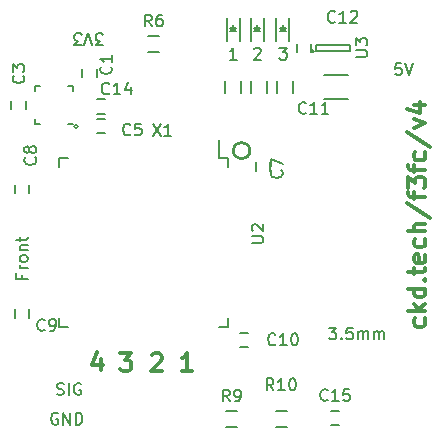
<source format=gto>
G04 #@! TF.FileFunction,Legend,Top*
%FSLAX46Y46*%
G04 Gerber Fmt 4.6, Leading zero omitted, Abs format (unit mm)*
G04 Created by KiCad (PCBNEW 4.0.1-stable) date Thursday, January 07, 2016 'PMt' 01:11:05 PM*
%MOMM*%
G01*
G04 APERTURE LIST*
%ADD10C,0.100000*%
%ADD11C,0.150000*%
%ADD12C,0.175000*%
%ADD13C,0.300000*%
%ADD14C,0.254000*%
G04 APERTURE END LIST*
D10*
D11*
X157209048Y-117242381D02*
X157828096Y-117242381D01*
X157494762Y-117623333D01*
X157637620Y-117623333D01*
X157732858Y-117670952D01*
X157780477Y-117718571D01*
X157828096Y-117813810D01*
X157828096Y-118051905D01*
X157780477Y-118147143D01*
X157732858Y-118194762D01*
X157637620Y-118242381D01*
X157351905Y-118242381D01*
X157256667Y-118194762D01*
X157209048Y-118147143D01*
X158256667Y-118147143D02*
X158304286Y-118194762D01*
X158256667Y-118242381D01*
X158209048Y-118194762D01*
X158256667Y-118147143D01*
X158256667Y-118242381D01*
X159209048Y-117242381D02*
X158732857Y-117242381D01*
X158685238Y-117718571D01*
X158732857Y-117670952D01*
X158828095Y-117623333D01*
X159066191Y-117623333D01*
X159161429Y-117670952D01*
X159209048Y-117718571D01*
X159256667Y-117813810D01*
X159256667Y-118051905D01*
X159209048Y-118147143D01*
X159161429Y-118194762D01*
X159066191Y-118242381D01*
X158828095Y-118242381D01*
X158732857Y-118194762D01*
X158685238Y-118147143D01*
X159685238Y-118242381D02*
X159685238Y-117575714D01*
X159685238Y-117670952D02*
X159732857Y-117623333D01*
X159828095Y-117575714D01*
X159970953Y-117575714D01*
X160066191Y-117623333D01*
X160113810Y-117718571D01*
X160113810Y-118242381D01*
X160113810Y-117718571D02*
X160161429Y-117623333D01*
X160256667Y-117575714D01*
X160399524Y-117575714D01*
X160494762Y-117623333D01*
X160542381Y-117718571D01*
X160542381Y-118242381D01*
X161018571Y-118242381D02*
X161018571Y-117575714D01*
X161018571Y-117670952D02*
X161066190Y-117623333D01*
X161161428Y-117575714D01*
X161304286Y-117575714D01*
X161399524Y-117623333D01*
X161447143Y-117718571D01*
X161447143Y-118242381D01*
X161447143Y-117718571D02*
X161494762Y-117623333D01*
X161590000Y-117575714D01*
X161732857Y-117575714D01*
X161828095Y-117623333D01*
X161875714Y-117718571D01*
X161875714Y-118242381D01*
D12*
X163334724Y-94854781D02*
X162858533Y-94854781D01*
X162810914Y-95330971D01*
X162858533Y-95283352D01*
X162953771Y-95235733D01*
X163191867Y-95235733D01*
X163287105Y-95283352D01*
X163334724Y-95330971D01*
X163382343Y-95426210D01*
X163382343Y-95664305D01*
X163334724Y-95759543D01*
X163287105Y-95807162D01*
X163191867Y-95854781D01*
X162953771Y-95854781D01*
X162858533Y-95807162D01*
X162810914Y-95759543D01*
X163668057Y-94854781D02*
X164001390Y-95854781D01*
X164334724Y-94854781D01*
X138078095Y-93337619D02*
X137459047Y-93337619D01*
X137792381Y-92956667D01*
X137649523Y-92956667D01*
X137554285Y-92909048D01*
X137506666Y-92861429D01*
X137459047Y-92766190D01*
X137459047Y-92528095D01*
X137506666Y-92432857D01*
X137554285Y-92385238D01*
X137649523Y-92337619D01*
X137935238Y-92337619D01*
X138030476Y-92385238D01*
X138078095Y-92432857D01*
X137173333Y-93337619D02*
X136840000Y-92337619D01*
X136506666Y-93337619D01*
X136268571Y-93337619D02*
X135649523Y-93337619D01*
X135982857Y-92956667D01*
X135839999Y-92956667D01*
X135744761Y-92909048D01*
X135697142Y-92861429D01*
X135649523Y-92766190D01*
X135649523Y-92528095D01*
X135697142Y-92432857D01*
X135744761Y-92385238D01*
X135839999Y-92337619D01*
X136125714Y-92337619D01*
X136220952Y-92385238D01*
X136268571Y-92432857D01*
D13*
X137885715Y-119878571D02*
X137885715Y-120878571D01*
X137528572Y-119307143D02*
X137171429Y-120378571D01*
X138100001Y-120378571D01*
X139550001Y-119428571D02*
X140478572Y-119428571D01*
X139978572Y-120000000D01*
X140192858Y-120000000D01*
X140335715Y-120071429D01*
X140407144Y-120142857D01*
X140478572Y-120285714D01*
X140478572Y-120642857D01*
X140407144Y-120785714D01*
X140335715Y-120857143D01*
X140192858Y-120928571D01*
X139764286Y-120928571D01*
X139621429Y-120857143D01*
X139550001Y-120785714D01*
X142221429Y-119571429D02*
X142292858Y-119500000D01*
X142435715Y-119428571D01*
X142792858Y-119428571D01*
X142935715Y-119500000D01*
X143007144Y-119571429D01*
X143078572Y-119714286D01*
X143078572Y-119857143D01*
X143007144Y-120071429D01*
X142150001Y-120928571D01*
X143078572Y-120928571D01*
X145578572Y-120928571D02*
X144721429Y-120928571D01*
X145150001Y-120928571D02*
X145150001Y-119428571D01*
X145007144Y-119642857D01*
X144864286Y-119785714D01*
X144721429Y-119857143D01*
D11*
X134238096Y-124500000D02*
X134142858Y-124452381D01*
X134000001Y-124452381D01*
X133857143Y-124500000D01*
X133761905Y-124595238D01*
X133714286Y-124690476D01*
X133666667Y-124880952D01*
X133666667Y-125023810D01*
X133714286Y-125214286D01*
X133761905Y-125309524D01*
X133857143Y-125404762D01*
X134000001Y-125452381D01*
X134095239Y-125452381D01*
X134238096Y-125404762D01*
X134285715Y-125357143D01*
X134285715Y-125023810D01*
X134095239Y-125023810D01*
X134714286Y-125452381D02*
X134714286Y-124452381D01*
X135285715Y-125452381D01*
X135285715Y-124452381D01*
X135761905Y-125452381D02*
X135761905Y-124452381D01*
X136000000Y-124452381D01*
X136142858Y-124500000D01*
X136238096Y-124595238D01*
X136285715Y-124690476D01*
X136333334Y-124880952D01*
X136333334Y-125023810D01*
X136285715Y-125214286D01*
X136238096Y-125309524D01*
X136142858Y-125404762D01*
X136000000Y-125452381D01*
X135761905Y-125452381D01*
X134176191Y-122904762D02*
X134319048Y-122952381D01*
X134557144Y-122952381D01*
X134652382Y-122904762D01*
X134700001Y-122857143D01*
X134747620Y-122761905D01*
X134747620Y-122666667D01*
X134700001Y-122571429D01*
X134652382Y-122523810D01*
X134557144Y-122476190D01*
X134366667Y-122428571D01*
X134271429Y-122380952D01*
X134223810Y-122333333D01*
X134176191Y-122238095D01*
X134176191Y-122142857D01*
X134223810Y-122047619D01*
X134271429Y-122000000D01*
X134366667Y-121952381D01*
X134604763Y-121952381D01*
X134747620Y-122000000D01*
X135176191Y-122952381D02*
X135176191Y-121952381D01*
X136176191Y-122000000D02*
X136080953Y-121952381D01*
X135938096Y-121952381D01*
X135795238Y-122000000D01*
X135700000Y-122095238D01*
X135652381Y-122190476D01*
X135604762Y-122380952D01*
X135604762Y-122523810D01*
X135652381Y-122714286D01*
X135700000Y-122809524D01*
X135795238Y-122904762D01*
X135938096Y-122952381D01*
X136033334Y-122952381D01*
X136176191Y-122904762D01*
X136223810Y-122857143D01*
X136223810Y-122523810D01*
X136033334Y-122523810D01*
X131178571Y-112757143D02*
X131178571Y-113090477D01*
X131702381Y-113090477D02*
X130702381Y-113090477D01*
X130702381Y-112614286D01*
X131702381Y-112233334D02*
X131035714Y-112233334D01*
X131226190Y-112233334D02*
X131130952Y-112185715D01*
X131083333Y-112138096D01*
X131035714Y-112042858D01*
X131035714Y-111947619D01*
X131702381Y-111471429D02*
X131654762Y-111566667D01*
X131607143Y-111614286D01*
X131511905Y-111661905D01*
X131226190Y-111661905D01*
X131130952Y-111614286D01*
X131083333Y-111566667D01*
X131035714Y-111471429D01*
X131035714Y-111328571D01*
X131083333Y-111233333D01*
X131130952Y-111185714D01*
X131226190Y-111138095D01*
X131511905Y-111138095D01*
X131607143Y-111185714D01*
X131654762Y-111233333D01*
X131702381Y-111328571D01*
X131702381Y-111471429D01*
X131035714Y-110709524D02*
X131702381Y-110709524D01*
X131130952Y-110709524D02*
X131083333Y-110661905D01*
X131035714Y-110566667D01*
X131035714Y-110423809D01*
X131083333Y-110328571D01*
X131178571Y-110280952D01*
X131702381Y-110280952D01*
X131035714Y-109947619D02*
X131035714Y-109566667D01*
X130702381Y-109804762D02*
X131559524Y-109804762D01*
X131654762Y-109757143D01*
X131702381Y-109661905D01*
X131702381Y-109566667D01*
D14*
X150503822Y-102260400D02*
G75*
G03X150503822Y-102260400I-694622J0D01*
G01*
D13*
X165307143Y-116450000D02*
X165378571Y-116592857D01*
X165378571Y-116878571D01*
X165307143Y-117021429D01*
X165235714Y-117092857D01*
X165092857Y-117164286D01*
X164664286Y-117164286D01*
X164521429Y-117092857D01*
X164450000Y-117021429D01*
X164378571Y-116878571D01*
X164378571Y-116592857D01*
X164450000Y-116450000D01*
X165378571Y-115807143D02*
X163878571Y-115807143D01*
X164807143Y-115664286D02*
X165378571Y-115235715D01*
X164378571Y-115235715D02*
X164950000Y-115807143D01*
X165378571Y-113950000D02*
X163878571Y-113950000D01*
X165307143Y-113950000D02*
X165378571Y-114092857D01*
X165378571Y-114378571D01*
X165307143Y-114521429D01*
X165235714Y-114592857D01*
X165092857Y-114664286D01*
X164664286Y-114664286D01*
X164521429Y-114592857D01*
X164450000Y-114521429D01*
X164378571Y-114378571D01*
X164378571Y-114092857D01*
X164450000Y-113950000D01*
X165235714Y-113235714D02*
X165307143Y-113164286D01*
X165378571Y-113235714D01*
X165307143Y-113307143D01*
X165235714Y-113235714D01*
X165378571Y-113235714D01*
X164378571Y-112735714D02*
X164378571Y-112164285D01*
X163878571Y-112521428D02*
X165164286Y-112521428D01*
X165307143Y-112450000D01*
X165378571Y-112307142D01*
X165378571Y-112164285D01*
X165307143Y-111092857D02*
X165378571Y-111235714D01*
X165378571Y-111521428D01*
X165307143Y-111664285D01*
X165164286Y-111735714D01*
X164592857Y-111735714D01*
X164450000Y-111664285D01*
X164378571Y-111521428D01*
X164378571Y-111235714D01*
X164450000Y-111092857D01*
X164592857Y-111021428D01*
X164735714Y-111021428D01*
X164878571Y-111735714D01*
X165307143Y-109735714D02*
X165378571Y-109878571D01*
X165378571Y-110164285D01*
X165307143Y-110307143D01*
X165235714Y-110378571D01*
X165092857Y-110450000D01*
X164664286Y-110450000D01*
X164521429Y-110378571D01*
X164450000Y-110307143D01*
X164378571Y-110164285D01*
X164378571Y-109878571D01*
X164450000Y-109735714D01*
X165378571Y-109092857D02*
X163878571Y-109092857D01*
X165378571Y-108450000D02*
X164592857Y-108450000D01*
X164450000Y-108521429D01*
X164378571Y-108664286D01*
X164378571Y-108878571D01*
X164450000Y-109021429D01*
X164521429Y-109092857D01*
X163807143Y-106664286D02*
X165735714Y-107950000D01*
X164378571Y-106378571D02*
X164378571Y-105807142D01*
X165378571Y-106164285D02*
X164092857Y-106164285D01*
X163950000Y-106092857D01*
X163878571Y-105949999D01*
X163878571Y-105807142D01*
X163878571Y-105449999D02*
X163878571Y-104521428D01*
X164450000Y-105021428D01*
X164450000Y-104807142D01*
X164521429Y-104664285D01*
X164592857Y-104592856D01*
X164735714Y-104521428D01*
X165092857Y-104521428D01*
X165235714Y-104592856D01*
X165307143Y-104664285D01*
X165378571Y-104807142D01*
X165378571Y-105235714D01*
X165307143Y-105378571D01*
X165235714Y-105449999D01*
X164378571Y-104092857D02*
X164378571Y-103521428D01*
X165378571Y-103878571D02*
X164092857Y-103878571D01*
X163950000Y-103807143D01*
X163878571Y-103664285D01*
X163878571Y-103521428D01*
X165307143Y-102378571D02*
X165378571Y-102521428D01*
X165378571Y-102807142D01*
X165307143Y-102950000D01*
X165235714Y-103021428D01*
X165092857Y-103092857D01*
X164664286Y-103092857D01*
X164521429Y-103021428D01*
X164450000Y-102950000D01*
X164378571Y-102807142D01*
X164378571Y-102521428D01*
X164450000Y-102378571D01*
X163807143Y-100664286D02*
X165735714Y-101950000D01*
X164378571Y-100307142D02*
X165378571Y-99949999D01*
X164378571Y-99592857D01*
X164378571Y-98378571D02*
X165378571Y-98378571D01*
X163807143Y-98735714D02*
X164878571Y-99092857D01*
X164878571Y-98164285D01*
D11*
X153016667Y-93552381D02*
X153635715Y-93552381D01*
X153302381Y-93933333D01*
X153445239Y-93933333D01*
X153540477Y-93980952D01*
X153588096Y-94028571D01*
X153635715Y-94123810D01*
X153635715Y-94361905D01*
X153588096Y-94457143D01*
X153540477Y-94504762D01*
X153445239Y-94552381D01*
X153159524Y-94552381D01*
X153064286Y-94504762D01*
X153016667Y-94457143D01*
X150864286Y-93647619D02*
X150911905Y-93600000D01*
X151007143Y-93552381D01*
X151245239Y-93552381D01*
X151340477Y-93600000D01*
X151388096Y-93647619D01*
X151435715Y-93742857D01*
X151435715Y-93838095D01*
X151388096Y-93980952D01*
X150816667Y-94552381D01*
X151435715Y-94552381D01*
X149385715Y-94552381D02*
X148814286Y-94552381D01*
X149100000Y-94552381D02*
X149100000Y-93552381D01*
X149004762Y-93695238D01*
X148909524Y-93790476D01*
X148814286Y-93838095D01*
X138230000Y-100770000D02*
X137530000Y-100770000D01*
X137530000Y-99570000D02*
X138230000Y-99570000D01*
X151010000Y-103960000D02*
X151010000Y-103260000D01*
X152210000Y-103260000D02*
X152210000Y-103960000D01*
X131800000Y-105150000D02*
X131800000Y-105850000D01*
X130600000Y-105850000D02*
X130600000Y-105150000D01*
X130650000Y-116400000D02*
X130650000Y-115700000D01*
X131850000Y-115700000D02*
X131850000Y-116400000D01*
X149660000Y-117730000D02*
X150360000Y-117730000D01*
X150360000Y-118930000D02*
X149660000Y-118930000D01*
X155670000Y-93240000D02*
X155670000Y-93940000D01*
X154470000Y-93940000D02*
X154470000Y-93240000D01*
X153850000Y-92949300D02*
X153850000Y-91049300D01*
X152750000Y-92949300D02*
X152750000Y-91049300D01*
X153300000Y-92049300D02*
X153300000Y-91599300D01*
X153050000Y-92099300D02*
X153550000Y-92099300D01*
X153300000Y-92099300D02*
X153050000Y-91849300D01*
X153050000Y-91849300D02*
X153550000Y-91849300D01*
X153550000Y-91849300D02*
X153300000Y-92099300D01*
X151700000Y-92949300D02*
X151700000Y-91049300D01*
X150600000Y-92949300D02*
X150600000Y-91049300D01*
X151150000Y-92049300D02*
X151150000Y-91599300D01*
X150900000Y-92099300D02*
X151400000Y-92099300D01*
X151150000Y-92099300D02*
X150900000Y-91849300D01*
X150900000Y-91849300D02*
X151400000Y-91849300D01*
X151400000Y-91849300D02*
X151150000Y-92099300D01*
X149650000Y-92949300D02*
X149650000Y-91049300D01*
X148550000Y-92949300D02*
X148550000Y-91049300D01*
X149100000Y-92049300D02*
X149100000Y-91599300D01*
X148850000Y-92099300D02*
X149350000Y-92099300D01*
X149100000Y-92099300D02*
X148850000Y-91849300D01*
X148850000Y-91849300D02*
X149350000Y-91849300D01*
X149350000Y-91849300D02*
X149100000Y-92099300D01*
X154125000Y-96400000D02*
X154125000Y-97400000D01*
X152775000Y-97400000D02*
X152775000Y-96400000D01*
X151925000Y-96400000D02*
X151925000Y-97400000D01*
X150575000Y-97400000D02*
X150575000Y-96400000D01*
X149725000Y-96400000D02*
X149725000Y-97400000D01*
X148375000Y-97400000D02*
X148375000Y-96400000D01*
X142850000Y-93875000D02*
X141850000Y-93875000D01*
X141850000Y-92525000D02*
X142850000Y-92525000D01*
X148625000Y-102925000D02*
X147865000Y-102925000D01*
X148625000Y-117175000D02*
X147865000Y-117175000D01*
X134375000Y-117175000D02*
X135135000Y-117175000D01*
X134375000Y-102925000D02*
X135135000Y-102925000D01*
X148625000Y-102925000D02*
X148625000Y-103685000D01*
X134375000Y-102925000D02*
X134375000Y-103685000D01*
X134375000Y-117175000D02*
X134375000Y-116415000D01*
X148625000Y-117175000D02*
X148625000Y-116415000D01*
X147865000Y-102925000D02*
X147865000Y-101400000D01*
X157380000Y-124300000D02*
X158080000Y-124300000D01*
X158080000Y-125500000D02*
X157380000Y-125500000D01*
X149460000Y-125625000D02*
X148460000Y-125625000D01*
X148460000Y-124275000D02*
X149460000Y-124275000D01*
X152690000Y-124285000D02*
X153690000Y-124285000D01*
X153690000Y-125635000D02*
X152690000Y-125635000D01*
X155930000Y-93860000D02*
G75*
G03X155930000Y-93860000I-100000J0D01*
G01*
X156080000Y-93310000D02*
X156080000Y-93810000D01*
X158980000Y-93310000D02*
X156080000Y-93310000D01*
X158980000Y-93810000D02*
X158980000Y-93310000D01*
X156080000Y-93810000D02*
X158980000Y-93810000D01*
X156800000Y-97925000D02*
X158800000Y-97925000D01*
X158800000Y-95875000D02*
X156800000Y-95875000D01*
X138230000Y-99130000D02*
X137530000Y-99130000D01*
X137530000Y-97930000D02*
X138230000Y-97930000D01*
X136330000Y-96070000D02*
X136330000Y-95370000D01*
X137530000Y-95370000D02*
X137530000Y-96070000D01*
X131520000Y-98050000D02*
X131520000Y-98750000D01*
X130320000Y-98750000D02*
X130320000Y-98050000D01*
X135960294Y-100220000D02*
G75*
G03X135960294Y-100220000I-170294J0D01*
G01*
X135510000Y-96810000D02*
X135510000Y-97210000D01*
X135510000Y-96810000D02*
X135110000Y-96810000D01*
X132310000Y-96810000D02*
X132310000Y-97210000D01*
X132310000Y-96810000D02*
X132710000Y-96810000D01*
X132310000Y-100010000D02*
X132310000Y-99610000D01*
X132310000Y-100010000D02*
X132710000Y-100010000D01*
X135510000Y-100010000D02*
X135110000Y-100010000D01*
X140383334Y-100887143D02*
X140335715Y-100934762D01*
X140192858Y-100982381D01*
X140097620Y-100982381D01*
X139954762Y-100934762D01*
X139859524Y-100839524D01*
X139811905Y-100744286D01*
X139764286Y-100553810D01*
X139764286Y-100410952D01*
X139811905Y-100220476D01*
X139859524Y-100125238D01*
X139954762Y-100030000D01*
X140097620Y-99982381D01*
X140192858Y-99982381D01*
X140335715Y-100030000D01*
X140383334Y-100077619D01*
X141288096Y-99982381D02*
X140811905Y-99982381D01*
X140764286Y-100458571D01*
X140811905Y-100410952D01*
X140907143Y-100363333D01*
X141145239Y-100363333D01*
X141240477Y-100410952D01*
X141288096Y-100458571D01*
X141335715Y-100553810D01*
X141335715Y-100791905D01*
X141288096Y-100887143D01*
X141240477Y-100934762D01*
X141145239Y-100982381D01*
X140907143Y-100982381D01*
X140811905Y-100934762D01*
X140764286Y-100887143D01*
X153177143Y-103936666D02*
X153224762Y-103984285D01*
X153272381Y-104127142D01*
X153272381Y-104222380D01*
X153224762Y-104365238D01*
X153129524Y-104460476D01*
X153034286Y-104508095D01*
X152843810Y-104555714D01*
X152700952Y-104555714D01*
X152510476Y-104508095D01*
X152415238Y-104460476D01*
X152320000Y-104365238D01*
X152272381Y-104222380D01*
X152272381Y-104127142D01*
X152320000Y-103984285D01*
X152367619Y-103936666D01*
X152272381Y-103603333D02*
X152272381Y-102936666D01*
X153272381Y-103365238D01*
X132327143Y-102836666D02*
X132374762Y-102884285D01*
X132422381Y-103027142D01*
X132422381Y-103122380D01*
X132374762Y-103265238D01*
X132279524Y-103360476D01*
X132184286Y-103408095D01*
X131993810Y-103455714D01*
X131850952Y-103455714D01*
X131660476Y-103408095D01*
X131565238Y-103360476D01*
X131470000Y-103265238D01*
X131422381Y-103122380D01*
X131422381Y-103027142D01*
X131470000Y-102884285D01*
X131517619Y-102836666D01*
X131850952Y-102265238D02*
X131803333Y-102360476D01*
X131755714Y-102408095D01*
X131660476Y-102455714D01*
X131612857Y-102455714D01*
X131517619Y-102408095D01*
X131470000Y-102360476D01*
X131422381Y-102265238D01*
X131422381Y-102074761D01*
X131470000Y-101979523D01*
X131517619Y-101931904D01*
X131612857Y-101884285D01*
X131660476Y-101884285D01*
X131755714Y-101931904D01*
X131803333Y-101979523D01*
X131850952Y-102074761D01*
X131850952Y-102265238D01*
X131898571Y-102360476D01*
X131946190Y-102408095D01*
X132041429Y-102455714D01*
X132231905Y-102455714D01*
X132327143Y-102408095D01*
X132374762Y-102360476D01*
X132422381Y-102265238D01*
X132422381Y-102074761D01*
X132374762Y-101979523D01*
X132327143Y-101931904D01*
X132231905Y-101884285D01*
X132041429Y-101884285D01*
X131946190Y-101931904D01*
X131898571Y-101979523D01*
X131850952Y-102074761D01*
X133133334Y-117427143D02*
X133085715Y-117474762D01*
X132942858Y-117522381D01*
X132847620Y-117522381D01*
X132704762Y-117474762D01*
X132609524Y-117379524D01*
X132561905Y-117284286D01*
X132514286Y-117093810D01*
X132514286Y-116950952D01*
X132561905Y-116760476D01*
X132609524Y-116665238D01*
X132704762Y-116570000D01*
X132847620Y-116522381D01*
X132942858Y-116522381D01*
X133085715Y-116570000D01*
X133133334Y-116617619D01*
X133609524Y-117522381D02*
X133800000Y-117522381D01*
X133895239Y-117474762D01*
X133942858Y-117427143D01*
X134038096Y-117284286D01*
X134085715Y-117093810D01*
X134085715Y-116712857D01*
X134038096Y-116617619D01*
X133990477Y-116570000D01*
X133895239Y-116522381D01*
X133704762Y-116522381D01*
X133609524Y-116570000D01*
X133561905Y-116617619D01*
X133514286Y-116712857D01*
X133514286Y-116950952D01*
X133561905Y-117046190D01*
X133609524Y-117093810D01*
X133704762Y-117141429D01*
X133895239Y-117141429D01*
X133990477Y-117093810D01*
X134038096Y-117046190D01*
X134085715Y-116950952D01*
X152667143Y-118647143D02*
X152619524Y-118694762D01*
X152476667Y-118742381D01*
X152381429Y-118742381D01*
X152238571Y-118694762D01*
X152143333Y-118599524D01*
X152095714Y-118504286D01*
X152048095Y-118313810D01*
X152048095Y-118170952D01*
X152095714Y-117980476D01*
X152143333Y-117885238D01*
X152238571Y-117790000D01*
X152381429Y-117742381D01*
X152476667Y-117742381D01*
X152619524Y-117790000D01*
X152667143Y-117837619D01*
X153619524Y-118742381D02*
X153048095Y-118742381D01*
X153333809Y-118742381D02*
X153333809Y-117742381D01*
X153238571Y-117885238D01*
X153143333Y-117980476D01*
X153048095Y-118028095D01*
X154238571Y-117742381D02*
X154333810Y-117742381D01*
X154429048Y-117790000D01*
X154476667Y-117837619D01*
X154524286Y-117932857D01*
X154571905Y-118123333D01*
X154571905Y-118361429D01*
X154524286Y-118551905D01*
X154476667Y-118647143D01*
X154429048Y-118694762D01*
X154333810Y-118742381D01*
X154238571Y-118742381D01*
X154143333Y-118694762D01*
X154095714Y-118647143D01*
X154048095Y-118551905D01*
X154000476Y-118361429D01*
X154000476Y-118123333D01*
X154048095Y-117932857D01*
X154095714Y-117837619D01*
X154143333Y-117790000D01*
X154238571Y-117742381D01*
X157700743Y-91339943D02*
X157653124Y-91387562D01*
X157510267Y-91435181D01*
X157415029Y-91435181D01*
X157272171Y-91387562D01*
X157176933Y-91292324D01*
X157129314Y-91197086D01*
X157081695Y-91006610D01*
X157081695Y-90863752D01*
X157129314Y-90673276D01*
X157176933Y-90578038D01*
X157272171Y-90482800D01*
X157415029Y-90435181D01*
X157510267Y-90435181D01*
X157653124Y-90482800D01*
X157700743Y-90530419D01*
X158653124Y-91435181D02*
X158081695Y-91435181D01*
X158367409Y-91435181D02*
X158367409Y-90435181D01*
X158272171Y-90578038D01*
X158176933Y-90673276D01*
X158081695Y-90720895D01*
X159034076Y-90530419D02*
X159081695Y-90482800D01*
X159176933Y-90435181D01*
X159415029Y-90435181D01*
X159510267Y-90482800D01*
X159557886Y-90530419D01*
X159605505Y-90625657D01*
X159605505Y-90720895D01*
X159557886Y-90863752D01*
X158986457Y-91435181D01*
X159605505Y-91435181D01*
X142183334Y-91752381D02*
X141850000Y-91276190D01*
X141611905Y-91752381D02*
X141611905Y-90752381D01*
X141992858Y-90752381D01*
X142088096Y-90800000D01*
X142135715Y-90847619D01*
X142183334Y-90942857D01*
X142183334Y-91085714D01*
X142135715Y-91180952D01*
X142088096Y-91228571D01*
X141992858Y-91276190D01*
X141611905Y-91276190D01*
X143040477Y-90752381D02*
X142850000Y-90752381D01*
X142754762Y-90800000D01*
X142707143Y-90847619D01*
X142611905Y-90990476D01*
X142564286Y-91180952D01*
X142564286Y-91561905D01*
X142611905Y-91657143D01*
X142659524Y-91704762D01*
X142754762Y-91752381D01*
X142945239Y-91752381D01*
X143040477Y-91704762D01*
X143088096Y-91657143D01*
X143135715Y-91561905D01*
X143135715Y-91323810D01*
X143088096Y-91228571D01*
X143040477Y-91180952D01*
X142945239Y-91133333D01*
X142754762Y-91133333D01*
X142659524Y-91180952D01*
X142611905Y-91228571D01*
X142564286Y-91323810D01*
X150652381Y-110061905D02*
X151461905Y-110061905D01*
X151557143Y-110014286D01*
X151604762Y-109966667D01*
X151652381Y-109871429D01*
X151652381Y-109680952D01*
X151604762Y-109585714D01*
X151557143Y-109538095D01*
X151461905Y-109490476D01*
X150652381Y-109490476D01*
X150747619Y-109061905D02*
X150700000Y-109014286D01*
X150652381Y-108919048D01*
X150652381Y-108680952D01*
X150700000Y-108585714D01*
X150747619Y-108538095D01*
X150842857Y-108490476D01*
X150938095Y-108490476D01*
X151080952Y-108538095D01*
X151652381Y-109109524D01*
X151652381Y-108490476D01*
X157087143Y-123357143D02*
X157039524Y-123404762D01*
X156896667Y-123452381D01*
X156801429Y-123452381D01*
X156658571Y-123404762D01*
X156563333Y-123309524D01*
X156515714Y-123214286D01*
X156468095Y-123023810D01*
X156468095Y-122880952D01*
X156515714Y-122690476D01*
X156563333Y-122595238D01*
X156658571Y-122500000D01*
X156801429Y-122452381D01*
X156896667Y-122452381D01*
X157039524Y-122500000D01*
X157087143Y-122547619D01*
X158039524Y-123452381D02*
X157468095Y-123452381D01*
X157753809Y-123452381D02*
X157753809Y-122452381D01*
X157658571Y-122595238D01*
X157563333Y-122690476D01*
X157468095Y-122738095D01*
X158944286Y-122452381D02*
X158468095Y-122452381D01*
X158420476Y-122928571D01*
X158468095Y-122880952D01*
X158563333Y-122833333D01*
X158801429Y-122833333D01*
X158896667Y-122880952D01*
X158944286Y-122928571D01*
X158991905Y-123023810D01*
X158991905Y-123261905D01*
X158944286Y-123357143D01*
X158896667Y-123404762D01*
X158801429Y-123452381D01*
X158563333Y-123452381D01*
X158468095Y-123404762D01*
X158420476Y-123357143D01*
X148793334Y-123502381D02*
X148460000Y-123026190D01*
X148221905Y-123502381D02*
X148221905Y-122502381D01*
X148602858Y-122502381D01*
X148698096Y-122550000D01*
X148745715Y-122597619D01*
X148793334Y-122692857D01*
X148793334Y-122835714D01*
X148745715Y-122930952D01*
X148698096Y-122978571D01*
X148602858Y-123026190D01*
X148221905Y-123026190D01*
X149269524Y-123502381D02*
X149460000Y-123502381D01*
X149555239Y-123454762D01*
X149602858Y-123407143D01*
X149698096Y-123264286D01*
X149745715Y-123073810D01*
X149745715Y-122692857D01*
X149698096Y-122597619D01*
X149650477Y-122550000D01*
X149555239Y-122502381D01*
X149364762Y-122502381D01*
X149269524Y-122550000D01*
X149221905Y-122597619D01*
X149174286Y-122692857D01*
X149174286Y-122930952D01*
X149221905Y-123026190D01*
X149269524Y-123073810D01*
X149364762Y-123121429D01*
X149555239Y-123121429D01*
X149650477Y-123073810D01*
X149698096Y-123026190D01*
X149745715Y-122930952D01*
X152507143Y-122552381D02*
X152173809Y-122076190D01*
X151935714Y-122552381D02*
X151935714Y-121552381D01*
X152316667Y-121552381D01*
X152411905Y-121600000D01*
X152459524Y-121647619D01*
X152507143Y-121742857D01*
X152507143Y-121885714D01*
X152459524Y-121980952D01*
X152411905Y-122028571D01*
X152316667Y-122076190D01*
X151935714Y-122076190D01*
X153459524Y-122552381D02*
X152888095Y-122552381D01*
X153173809Y-122552381D02*
X153173809Y-121552381D01*
X153078571Y-121695238D01*
X152983333Y-121790476D01*
X152888095Y-121838095D01*
X154078571Y-121552381D02*
X154173810Y-121552381D01*
X154269048Y-121600000D01*
X154316667Y-121647619D01*
X154364286Y-121742857D01*
X154411905Y-121933333D01*
X154411905Y-122171429D01*
X154364286Y-122361905D01*
X154316667Y-122457143D01*
X154269048Y-122504762D01*
X154173810Y-122552381D01*
X154078571Y-122552381D01*
X153983333Y-122504762D01*
X153935714Y-122457143D01*
X153888095Y-122361905D01*
X153840476Y-122171429D01*
X153840476Y-121933333D01*
X153888095Y-121742857D01*
X153935714Y-121647619D01*
X153983333Y-121600000D01*
X154078571Y-121552381D01*
X159452381Y-94311905D02*
X160261905Y-94311905D01*
X160357143Y-94264286D01*
X160404762Y-94216667D01*
X160452381Y-94121429D01*
X160452381Y-93930952D01*
X160404762Y-93835714D01*
X160357143Y-93788095D01*
X160261905Y-93740476D01*
X159452381Y-93740476D01*
X159452381Y-93359524D02*
X159452381Y-92740476D01*
X159833333Y-93073810D01*
X159833333Y-92930952D01*
X159880952Y-92835714D01*
X159928571Y-92788095D01*
X160023810Y-92740476D01*
X160261905Y-92740476D01*
X160357143Y-92788095D01*
X160404762Y-92835714D01*
X160452381Y-92930952D01*
X160452381Y-93216667D01*
X160404762Y-93311905D01*
X160357143Y-93359524D01*
X155257143Y-99057143D02*
X155209524Y-99104762D01*
X155066667Y-99152381D01*
X154971429Y-99152381D01*
X154828571Y-99104762D01*
X154733333Y-99009524D01*
X154685714Y-98914286D01*
X154638095Y-98723810D01*
X154638095Y-98580952D01*
X154685714Y-98390476D01*
X154733333Y-98295238D01*
X154828571Y-98200000D01*
X154971429Y-98152381D01*
X155066667Y-98152381D01*
X155209524Y-98200000D01*
X155257143Y-98247619D01*
X156209524Y-99152381D02*
X155638095Y-99152381D01*
X155923809Y-99152381D02*
X155923809Y-98152381D01*
X155828571Y-98295238D01*
X155733333Y-98390476D01*
X155638095Y-98438095D01*
X157161905Y-99152381D02*
X156590476Y-99152381D01*
X156876190Y-99152381D02*
X156876190Y-98152381D01*
X156780952Y-98295238D01*
X156685714Y-98390476D01*
X156590476Y-98438095D01*
X138597143Y-97407143D02*
X138549524Y-97454762D01*
X138406667Y-97502381D01*
X138311429Y-97502381D01*
X138168571Y-97454762D01*
X138073333Y-97359524D01*
X138025714Y-97264286D01*
X137978095Y-97073810D01*
X137978095Y-96930952D01*
X138025714Y-96740476D01*
X138073333Y-96645238D01*
X138168571Y-96550000D01*
X138311429Y-96502381D01*
X138406667Y-96502381D01*
X138549524Y-96550000D01*
X138597143Y-96597619D01*
X139549524Y-97502381D02*
X138978095Y-97502381D01*
X139263809Y-97502381D02*
X139263809Y-96502381D01*
X139168571Y-96645238D01*
X139073333Y-96740476D01*
X138978095Y-96788095D01*
X140406667Y-96835714D02*
X140406667Y-97502381D01*
X140168571Y-96454762D02*
X139930476Y-97169048D01*
X140549524Y-97169048D01*
X138737143Y-95146666D02*
X138784762Y-95194285D01*
X138832381Y-95337142D01*
X138832381Y-95432380D01*
X138784762Y-95575238D01*
X138689524Y-95670476D01*
X138594286Y-95718095D01*
X138403810Y-95765714D01*
X138260952Y-95765714D01*
X138070476Y-95718095D01*
X137975238Y-95670476D01*
X137880000Y-95575238D01*
X137832381Y-95432380D01*
X137832381Y-95337142D01*
X137880000Y-95194285D01*
X137927619Y-95146666D01*
X138832381Y-94194285D02*
X138832381Y-94765714D01*
X138832381Y-94480000D02*
X137832381Y-94480000D01*
X137975238Y-94575238D01*
X138070476Y-94670476D01*
X138118095Y-94765714D01*
X131317143Y-95906666D02*
X131364762Y-95954285D01*
X131412381Y-96097142D01*
X131412381Y-96192380D01*
X131364762Y-96335238D01*
X131269524Y-96430476D01*
X131174286Y-96478095D01*
X130983810Y-96525714D01*
X130840952Y-96525714D01*
X130650476Y-96478095D01*
X130555238Y-96430476D01*
X130460000Y-96335238D01*
X130412381Y-96192380D01*
X130412381Y-96097142D01*
X130460000Y-95954285D01*
X130507619Y-95906666D01*
X130412381Y-95573333D02*
X130412381Y-94954285D01*
X130793333Y-95287619D01*
X130793333Y-95144761D01*
X130840952Y-95049523D01*
X130888571Y-95001904D01*
X130983810Y-94954285D01*
X131221905Y-94954285D01*
X131317143Y-95001904D01*
X131364762Y-95049523D01*
X131412381Y-95144761D01*
X131412381Y-95430476D01*
X131364762Y-95525714D01*
X131317143Y-95573333D01*
X142280476Y-100012381D02*
X142947143Y-101012381D01*
X142947143Y-100012381D02*
X142280476Y-101012381D01*
X143851905Y-101012381D02*
X143280476Y-101012381D01*
X143566190Y-101012381D02*
X143566190Y-100012381D01*
X143470952Y-100155238D01*
X143375714Y-100250476D01*
X143280476Y-100298095D01*
M02*

</source>
